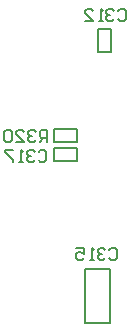
<source format=gbo>
G04*
G04 #@! TF.GenerationSoftware,Altium Limited,Altium Designer,25.4.2 (15)*
G04*
G04 Layer_Color=32896*
%FSLAX44Y44*%
%MOMM*%
G71*
G04*
G04 #@! TF.SameCoordinates,73184756-021C-4AC8-A4DF-FCC11D8EA491*
G04*
G04*
G04 #@! TF.FilePolarity,Positive*
G04*
G01*
G75*
%ADD12C,0.2000*%
%ADD14C,0.1667*%
D12*
X1766250Y237750D02*
X1786250D01*
X1766250Y226750D02*
X1786250D01*
X1766250D02*
Y237750D01*
X1786250Y226750D02*
Y237750D01*
X1792500Y74000D02*
X1813500D01*
Y120000D01*
X1792500D02*
X1813500D01*
X1792500Y74000D02*
Y120000D01*
X1766250Y210750D02*
X1786250D01*
X1766250D02*
Y221750D01*
X1786250D01*
Y210750D02*
Y221750D01*
X1804000Y323000D02*
X1815000D01*
X1804000Y303000D02*
Y323000D01*
Y303000D02*
X1815000D01*
Y323000D01*
D14*
X1820830Y338332D02*
X1822496Y339998D01*
X1825828D01*
X1827494Y338332D01*
Y331668D01*
X1825828Y330002D01*
X1822496D01*
X1820830Y331668D01*
X1817498Y338332D02*
X1815831Y339998D01*
X1812499D01*
X1810833Y338332D01*
Y336666D01*
X1812499Y335000D01*
X1814165D01*
X1812499D01*
X1810833Y333334D01*
Y331668D01*
X1812499Y330002D01*
X1815831D01*
X1817498Y331668D01*
X1807501Y330002D02*
X1804169D01*
X1805835D01*
Y339998D01*
X1807501Y338332D01*
X1792506Y330002D02*
X1799170D01*
X1792506Y336666D01*
Y338332D01*
X1794172Y339998D01*
X1797504D01*
X1799170Y338332D01*
X1760827Y227502D02*
Y237498D01*
X1755829D01*
X1754163Y235832D01*
Y232500D01*
X1755829Y230834D01*
X1760827D01*
X1757495D02*
X1754163Y227502D01*
X1750831Y235832D02*
X1749164Y237498D01*
X1745832D01*
X1744166Y235832D01*
Y234166D01*
X1745832Y232500D01*
X1747498D01*
X1745832D01*
X1744166Y230834D01*
Y229168D01*
X1745832Y227502D01*
X1749164D01*
X1750831Y229168D01*
X1734169Y227502D02*
X1740834D01*
X1734169Y234166D01*
Y235832D01*
X1735836Y237498D01*
X1739168D01*
X1740834Y235832D01*
X1730837D02*
X1729171Y237498D01*
X1725839D01*
X1724173Y235832D01*
Y229168D01*
X1725839Y227502D01*
X1729171D01*
X1730837Y229168D01*
Y235832D01*
X1753330Y218332D02*
X1754996Y219998D01*
X1758328D01*
X1759994Y218332D01*
Y211668D01*
X1758328Y210002D01*
X1754996D01*
X1753330Y211668D01*
X1749998Y218332D02*
X1748331Y219998D01*
X1744999D01*
X1743333Y218332D01*
Y216666D01*
X1744999Y215000D01*
X1746665D01*
X1744999D01*
X1743333Y213334D01*
Y211668D01*
X1744999Y210002D01*
X1748331D01*
X1749998Y211668D01*
X1740001Y210002D02*
X1736669D01*
X1738335D01*
Y219998D01*
X1740001Y218332D01*
X1731670Y219998D02*
X1725006D01*
Y218332D01*
X1731670Y211668D01*
Y210002D01*
X1813330Y135832D02*
X1814996Y137498D01*
X1818328D01*
X1819994Y135832D01*
Y129168D01*
X1818328Y127502D01*
X1814996D01*
X1813330Y129168D01*
X1809998Y135832D02*
X1808331Y137498D01*
X1804999D01*
X1803333Y135832D01*
Y134166D01*
X1804999Y132500D01*
X1806665D01*
X1804999D01*
X1803333Y130834D01*
Y129168D01*
X1804999Y127502D01*
X1808331D01*
X1809998Y129168D01*
X1800001Y127502D02*
X1796669D01*
X1798335D01*
Y137498D01*
X1800001Y135832D01*
X1785006Y137498D02*
X1791670D01*
Y132500D01*
X1788338Y134166D01*
X1786672D01*
X1785006Y132500D01*
Y129168D01*
X1786672Y127502D01*
X1790004D01*
X1791670Y129168D01*
M02*

</source>
